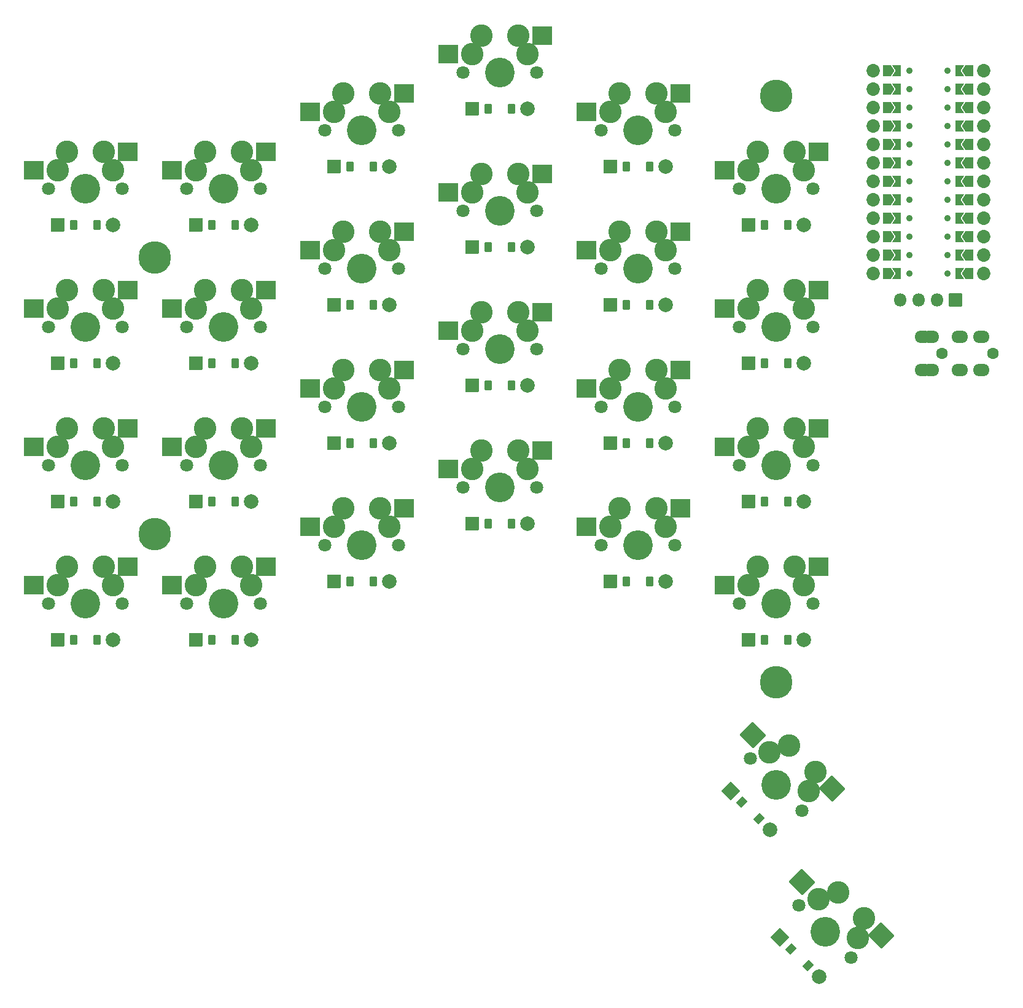
<source format=gbr>
%TF.GenerationSoftware,KiCad,Pcbnew,9.0.3-1.fc42*%
%TF.CreationDate,2025-07-31T15:34:24-03:00*%
%TF.ProjectId,main_pcb,6d61696e-5f70-4636-922e-6b696361645f,v1.0.0*%
%TF.SameCoordinates,Original*%
%TF.FileFunction,Soldermask,Bot*%
%TF.FilePolarity,Negative*%
%FSLAX46Y46*%
G04 Gerber Fmt 4.6, Leading zero omitted, Abs format (unit mm)*
G04 Created by KiCad (PCBNEW 9.0.3-1.fc42) date 2025-07-31 15:34:24*
%MOMM*%
%LPD*%
G01*
G04 APERTURE LIST*
G04 Aperture macros list*
%AMRoundRect*
0 Rectangle with rounded corners*
0 $1 Rounding radius*
0 $2 $3 $4 $5 $6 $7 $8 $9 X,Y pos of 4 corners*
0 Add a 4 corners polygon primitive as box body*
4,1,4,$2,$3,$4,$5,$6,$7,$8,$9,$2,$3,0*
0 Add four circle primitives for the rounded corners*
1,1,$1+$1,$2,$3*
1,1,$1+$1,$4,$5*
1,1,$1+$1,$6,$7*
1,1,$1+$1,$8,$9*
0 Add four rect primitives between the rounded corners*
20,1,$1+$1,$2,$3,$4,$5,0*
20,1,$1+$1,$4,$5,$6,$7,0*
20,1,$1+$1,$6,$7,$8,$9,0*
20,1,$1+$1,$8,$9,$2,$3,0*%
%AMFreePoly0*
4,1,16,0.535355,0.785355,0.550000,0.750000,0.550000,-0.750000,0.535355,-0.785355,0.500000,-0.800000,-0.500000,-0.800000,-0.535355,-0.785355,-0.541603,-0.777735,-1.041603,-0.027735,-1.049029,0.009806,-1.041603,0.027735,-0.541603,0.777735,-0.509806,0.799029,-0.500000,0.800000,0.500000,0.800000,0.535355,0.785355,0.535355,0.785355,$1*%
%AMFreePoly1*
4,1,16,0.685355,0.785355,0.700000,0.750000,0.691603,0.722265,0.210093,0.000000,0.691603,-0.722265,0.699029,-0.759806,0.677735,-0.791603,0.650000,-0.800000,-0.500000,-0.800000,-0.535355,-0.785355,-0.550000,-0.750000,-0.550000,0.750000,-0.535355,0.785355,-0.500000,0.800000,0.650000,0.800000,0.685355,0.785355,0.685355,0.785355,$1*%
G04 Aperture macros list end*
%ADD10RoundRect,0.050000X-0.889000X-0.889000X0.889000X-0.889000X0.889000X0.889000X-0.889000X0.889000X0*%
%ADD11RoundRect,0.050000X-0.450000X-0.600000X0.450000X-0.600000X0.450000X0.600000X-0.450000X0.600000X0*%
%ADD12C,2.005000*%
%ADD13C,1.801800*%
%ADD14C,3.100000*%
%ADD15C,4.087800*%
%ADD16RoundRect,0.050000X-1.785445X0.017678X0.017678X-1.785445X1.785445X-0.017678X-0.017678X1.785445X0*%
%ADD17RoundRect,0.050000X-1.275000X-1.250000X1.275000X-1.250000X1.275000X1.250000X-1.275000X1.250000X0*%
%ADD18C,1.852600*%
%ADD19FreePoly0,180.000000*%
%ADD20FreePoly1,180.000000*%
%ADD21FreePoly1,0.000000*%
%ADD22FreePoly0,0.000000*%
%ADD23C,0.900000*%
%ADD24RoundRect,0.050000X-1.257236X0.000000X0.000000X-1.257236X1.257236X0.000000X0.000000X1.257236X0*%
%ADD25RoundRect,0.050000X-0.742462X-0.106066X-0.106066X-0.742462X0.742462X0.106066X0.106066X0.742462X0*%
%ADD26C,1.600000*%
%ADD27O,2.300000X1.700000*%
%ADD28C,0.800000*%
%ADD29C,4.500000*%
%ADD30RoundRect,0.050000X-0.850000X-0.850000X0.850000X-0.850000X0.850000X0.850000X-0.850000X0.850000X0*%
%ADD31O,1.800000X1.800000*%
G04 APERTURE END LIST*
D10*
%TO.C,D9*%
X184290000Y-147000000D03*
D11*
X186450000Y-147000000D03*
X189750000Y-147000000D03*
D12*
X191910000Y-147000000D03*
%TD*%
D10*
%TO.C,D4*%
X146190000Y-97850000D03*
D11*
X148350000Y-97850000D03*
X151650000Y-97850000D03*
D12*
X153810000Y-97850000D03*
%TD*%
D10*
%TO.C,D24*%
X241440000Y-97850000D03*
D11*
X243600000Y-97850000D03*
X246900000Y-97850000D03*
D12*
X249060000Y-97850000D03*
%TD*%
D10*
%TO.C,D18*%
X222390000Y-127950000D03*
D11*
X224550000Y-127950000D03*
X227850000Y-127950000D03*
D12*
X230010000Y-127950000D03*
%TD*%
D10*
%TO.C,D13*%
X203340000Y-139000000D03*
D11*
X205500000Y-139000000D03*
X208800000Y-139000000D03*
D12*
X210960000Y-139000000D03*
%TD*%
D13*
%TO.C,S26*%
X248393098Y-191613498D03*
D14*
X251087174Y-190715472D03*
X253781251Y-189817446D03*
D15*
X251985200Y-195205600D03*
D14*
X257373354Y-193409549D03*
X256475328Y-196103626D03*
D13*
X255577302Y-198797702D03*
D16*
X248771400Y-188399697D03*
X259708220Y-195744415D03*
%TD*%
D13*
%TO.C,S22*%
X240170000Y-130950000D03*
D14*
X241440000Y-128410000D03*
X242710000Y-125870000D03*
D15*
X245250000Y-130950000D03*
D14*
X247790000Y-125870000D03*
X249060000Y-128410000D03*
D13*
X250330000Y-130950000D03*
D17*
X238165000Y-128410000D03*
X251092000Y-125870000D03*
%TD*%
D13*
%TO.C,S12*%
X183020000Y-84850000D03*
D14*
X184290000Y-82310000D03*
X185560000Y-79770000D03*
D15*
X188100000Y-84850000D03*
D14*
X190640000Y-79770000D03*
X191910000Y-82310000D03*
D13*
X193180000Y-84850000D03*
D17*
X181015000Y-82310000D03*
X193942000Y-79770000D03*
%TD*%
D13*
%TO.C,S11*%
X183020000Y-103900000D03*
D14*
X184290000Y-101360000D03*
X185560000Y-98820000D03*
D15*
X188100000Y-103900000D03*
D14*
X190640000Y-98820000D03*
X191910000Y-101360000D03*
D13*
X193180000Y-103900000D03*
D17*
X181015000Y-101360000D03*
X193942000Y-98820000D03*
%TD*%
D18*
%TO.C,MCU1*%
X258599997Y-86759999D03*
X258599999Y-79140001D03*
X258599999Y-91840001D03*
X258599999Y-96919999D03*
X258599999Y-99459995D03*
X258600000Y-94380000D03*
X258600000Y-102000000D03*
X258600001Y-81679999D03*
X258600001Y-84220001D03*
X258600001Y-89300000D03*
X258600008Y-104539999D03*
X258600015Y-76600002D03*
D19*
X260504999Y-76600000D03*
X260504999Y-94380001D03*
X260504999Y-99459997D03*
X260504999Y-104540003D03*
X260505000Y-79140001D03*
X260505000Y-81680000D03*
X260505000Y-84219999D03*
X260505000Y-102000000D03*
X260505001Y-86760000D03*
X260505001Y-91839999D03*
X260505003Y-89300001D03*
X260505003Y-96920001D03*
D20*
X261954993Y-94380000D03*
X261954994Y-81680002D03*
X261954995Y-99460000D03*
X261954995Y-104539999D03*
X261954996Y-76600000D03*
X261954996Y-84220000D03*
X261954996Y-91840000D03*
X261954996Y-96920000D03*
X261954996Y-101999999D03*
X261954997Y-79140001D03*
X261954997Y-89300000D03*
X261954998Y-86760008D03*
D21*
X270484993Y-91839986D03*
X270484994Y-79139999D03*
X270484994Y-84219999D03*
X270484994Y-89300007D03*
X270484994Y-96920000D03*
X270484994Y-99460000D03*
X270484994Y-104540000D03*
X270484995Y-76600000D03*
X270484995Y-81680001D03*
X270484995Y-101999999D03*
X270484996Y-94380000D03*
X270485001Y-86760000D03*
D22*
X271934997Y-84219999D03*
X271934997Y-91839999D03*
X271934999Y-89300001D03*
X271934999Y-94380000D03*
X271935000Y-79140000D03*
X271935000Y-96920001D03*
X271935000Y-99460000D03*
X271935000Y-101999999D03*
X271935001Y-76599997D03*
X271935001Y-81680003D03*
X271935001Y-86759999D03*
X271935001Y-104540000D03*
D18*
X273839985Y-104539998D03*
X273839992Y-76600001D03*
X273839999Y-91840000D03*
X273839999Y-96919999D03*
X273839999Y-99460001D03*
X273840000Y-79140000D03*
X273840000Y-86760000D03*
X273840001Y-81680005D03*
X273840001Y-84220001D03*
X273840001Y-89299999D03*
X273840001Y-101999999D03*
X273840003Y-94380001D03*
D23*
X268840000Y-76599999D03*
X263599997Y-81680004D03*
X263600000Y-84219999D03*
X268840003Y-79140004D03*
X263600001Y-79139999D03*
X263600000Y-76600000D03*
X263599999Y-86760000D03*
X263599999Y-89300001D03*
X263600000Y-91840000D03*
X263600001Y-94379999D03*
X263600001Y-96920000D03*
X263600001Y-99459999D03*
X263599997Y-101999996D03*
X263600000Y-104540001D03*
X268840000Y-104540000D03*
X268840003Y-99459996D03*
X268840000Y-96920001D03*
X268839999Y-102000001D03*
X268840001Y-94380000D03*
X268840001Y-91839999D03*
X268840000Y-89300000D03*
X268839999Y-86760001D03*
X268839999Y-81680001D03*
X268839999Y-84220000D03*
%TD*%
D13*
%TO.C,S9*%
X183020000Y-142000000D03*
D14*
X184290000Y-139460000D03*
X185560000Y-136920000D03*
D15*
X188100000Y-142000000D03*
D14*
X190640000Y-136920000D03*
X191910000Y-139460000D03*
D13*
X193180000Y-142000000D03*
D17*
X181015000Y-139460000D03*
X193942000Y-136920000D03*
%TD*%
D10*
%TO.C,D22*%
X241440000Y-135950000D03*
D11*
X243600000Y-135950000D03*
X246900000Y-135950000D03*
D12*
X249060000Y-135950000D03*
%TD*%
D10*
%TO.C,D5*%
X165240000Y-155000000D03*
D11*
X167400000Y-155000000D03*
X170700000Y-155000000D03*
D12*
X172860000Y-155000000D03*
%TD*%
D13*
%TO.C,S4*%
X144920000Y-92850000D03*
D14*
X146190000Y-90310000D03*
X147460000Y-87770000D03*
D15*
X150000000Y-92850000D03*
D14*
X152540000Y-87770000D03*
X153810000Y-90310000D03*
D13*
X155080000Y-92850000D03*
D17*
X142915000Y-90310000D03*
X155842000Y-87770000D03*
%TD*%
D13*
%TO.C,S20*%
X221120000Y-84850000D03*
D14*
X222390000Y-82310000D03*
X223660000Y-79770000D03*
D15*
X226200000Y-84850000D03*
D14*
X228740000Y-79770000D03*
X230010000Y-82310000D03*
D13*
X231280000Y-84850000D03*
D17*
X219115000Y-82310000D03*
X232042000Y-79770000D03*
%TD*%
D13*
%TO.C,S15*%
X202070000Y-95900000D03*
D14*
X203340000Y-93360000D03*
X204610000Y-90820000D03*
D15*
X207150000Y-95900000D03*
D14*
X209690000Y-90820000D03*
X210960000Y-93360000D03*
D13*
X212230000Y-95900000D03*
D17*
X200065000Y-93360000D03*
X212992000Y-90820000D03*
%TD*%
D24*
%TO.C,D25*%
X239020423Y-175841423D03*
D25*
X240547774Y-177368774D03*
X242881226Y-179702226D03*
D12*
X244408577Y-181229577D03*
%TD*%
D10*
%TO.C,D11*%
X184290000Y-108900000D03*
D11*
X186450000Y-108900000D03*
X189750000Y-108900000D03*
D12*
X191910000Y-108900000D03*
%TD*%
D10*
%TO.C,D1*%
X146190000Y-155000000D03*
D11*
X148350000Y-155000000D03*
X151650000Y-155000000D03*
D12*
X153810000Y-155000000D03*
%TD*%
D10*
%TO.C,D20*%
X222390000Y-89850000D03*
D11*
X224550000Y-89850000D03*
X227850000Y-89850000D03*
D12*
X230010000Y-89850000D03*
%TD*%
D13*
%TO.C,S5*%
X163970000Y-150000000D03*
D14*
X165240000Y-147460000D03*
X166510000Y-144920000D03*
D15*
X169050000Y-150000000D03*
D14*
X171590000Y-144920000D03*
X172860000Y-147460000D03*
D13*
X174130000Y-150000000D03*
D17*
X161965000Y-147460000D03*
X174892000Y-144920000D03*
%TD*%
D10*
%TO.C,D19*%
X222390000Y-108900000D03*
D11*
X224550000Y-108900000D03*
X227850000Y-108900000D03*
D12*
X230010000Y-108900000D03*
%TD*%
D10*
%TO.C,D14*%
X203340000Y-119950000D03*
D11*
X205500000Y-119950000D03*
X208800000Y-119950000D03*
D12*
X210960000Y-119950000D03*
%TD*%
D13*
%TO.C,S8*%
X163970000Y-92850000D03*
D14*
X165240000Y-90310000D03*
X166510000Y-87770000D03*
D15*
X169050000Y-92850000D03*
D14*
X171590000Y-87770000D03*
X172860000Y-90310000D03*
D13*
X174130000Y-92850000D03*
D17*
X161965000Y-90310000D03*
X174892000Y-87770000D03*
%TD*%
D13*
%TO.C,S10*%
X183020000Y-122950000D03*
D14*
X184290000Y-120410000D03*
X185560000Y-117870000D03*
D15*
X188100000Y-122950000D03*
D14*
X190640000Y-117870000D03*
X191910000Y-120410000D03*
D13*
X193180000Y-122950000D03*
D17*
X181015000Y-120410000D03*
X193942000Y-117870000D03*
%TD*%
D10*
%TO.C,D17*%
X222390000Y-147000000D03*
D11*
X224550000Y-147000000D03*
X227850000Y-147000000D03*
D12*
X230010000Y-147000000D03*
%TD*%
D10*
%TO.C,D7*%
X165240000Y-116900000D03*
D11*
X167400000Y-116900000D03*
X170700000Y-116900000D03*
D12*
X172860000Y-116900000D03*
%TD*%
D10*
%TO.C,D12*%
X184290000Y-89850000D03*
D11*
X186450000Y-89850000D03*
X189750000Y-89850000D03*
D12*
X191910000Y-89850000D03*
%TD*%
D24*
%TO.C,D26*%
X245755623Y-196047023D03*
D25*
X247282974Y-197574374D03*
X249616426Y-199907826D03*
D12*
X251143777Y-201435177D03*
%TD*%
D26*
%TO.C,TRRS1*%
X275150000Y-115600000D03*
X268150000Y-115600000D03*
D27*
X265450000Y-113300000D03*
X265450000Y-117900000D03*
X266550000Y-113300000D03*
X266550000Y-117900000D03*
X270550000Y-113300000D03*
X270550000Y-117900000D03*
X273550000Y-113300000D03*
X273550000Y-117900000D03*
%TD*%
D13*
%TO.C,S19*%
X221120000Y-103900000D03*
D14*
X222390000Y-101360000D03*
X223660000Y-98820000D03*
D15*
X226200000Y-103900000D03*
D14*
X228740000Y-98820000D03*
X230010000Y-101360000D03*
D13*
X231280000Y-103900000D03*
D17*
X219115000Y-101360000D03*
X232042000Y-98820000D03*
%TD*%
D10*
%TO.C,D16*%
X203340000Y-81850000D03*
D11*
X205500000Y-81850000D03*
X208800000Y-81850000D03*
D12*
X210960000Y-81850000D03*
%TD*%
D13*
%TO.C,S1*%
X144920000Y-150000000D03*
D14*
X146190000Y-147460000D03*
X147460000Y-144920000D03*
D15*
X150000000Y-150000000D03*
D14*
X152540000Y-144920000D03*
X153810000Y-147460000D03*
D13*
X155080000Y-150000000D03*
D17*
X142915000Y-147460000D03*
X155842000Y-144920000D03*
%TD*%
D13*
%TO.C,S6*%
X163970000Y-130950000D03*
D14*
X165240000Y-128410000D03*
X166510000Y-125870000D03*
D15*
X169050000Y-130950000D03*
D14*
X171590000Y-125870000D03*
X172860000Y-128410000D03*
D13*
X174130000Y-130950000D03*
D17*
X161965000Y-128410000D03*
X174892000Y-125870000D03*
%TD*%
D13*
%TO.C,S7*%
X163970000Y-111900000D03*
D14*
X165240000Y-109360000D03*
X166510000Y-106820000D03*
D15*
X169050000Y-111900000D03*
D14*
X171590000Y-106820000D03*
X172860000Y-109360000D03*
D13*
X174130000Y-111900000D03*
D17*
X161965000Y-109360000D03*
X174892000Y-106820000D03*
%TD*%
D10*
%TO.C,D10*%
X184290000Y-127950000D03*
D11*
X186450000Y-127950000D03*
X189750000Y-127950000D03*
D12*
X191910000Y-127950000D03*
%TD*%
D13*
%TO.C,S16*%
X202070000Y-76850000D03*
D14*
X203340000Y-74310000D03*
X204610000Y-71770000D03*
D15*
X207150000Y-76850000D03*
D14*
X209690000Y-71770000D03*
X210960000Y-74310000D03*
D13*
X212230000Y-76850000D03*
D17*
X200065000Y-74310000D03*
X212992000Y-71770000D03*
%TD*%
D13*
%TO.C,S17*%
X221120000Y-142000000D03*
D14*
X222390000Y-139460000D03*
X223660000Y-136920000D03*
D15*
X226200000Y-142000000D03*
D14*
X228740000Y-136920000D03*
X230010000Y-139460000D03*
D13*
X231280000Y-142000000D03*
D17*
X219115000Y-139460000D03*
X232042000Y-136920000D03*
%TD*%
D13*
%TO.C,S13*%
X202070000Y-134000000D03*
D14*
X203340000Y-131460000D03*
X204610000Y-128920000D03*
D15*
X207150000Y-134000000D03*
D14*
X209690000Y-128920000D03*
X210960000Y-131460000D03*
D13*
X212230000Y-134000000D03*
D17*
X200065000Y-131460000D03*
X212992000Y-128920000D03*
%TD*%
D13*
%TO.C,S18*%
X221120000Y-122950000D03*
D14*
X222390000Y-120410000D03*
X223660000Y-117870000D03*
D15*
X226200000Y-122950000D03*
D14*
X228740000Y-117870000D03*
X230010000Y-120410000D03*
D13*
X231280000Y-122950000D03*
D17*
X219115000Y-120410000D03*
X232042000Y-117870000D03*
%TD*%
D28*
%TO.C,_3*%
X243600000Y-80086500D03*
X244083274Y-78919774D03*
X244083274Y-81253226D03*
X245250000Y-78436500D03*
D29*
X245250000Y-80086500D03*
D28*
X245250000Y-81736500D03*
X246416726Y-78919774D03*
X246416726Y-81253226D03*
X246900000Y-80086500D03*
%TD*%
D10*
%TO.C,D6*%
X165240000Y-135950000D03*
D11*
X167400000Y-135950000D03*
X170700000Y-135950000D03*
D12*
X172860000Y-135950000D03*
%TD*%
D13*
%TO.C,S21*%
X240170000Y-150000000D03*
D14*
X241440000Y-147460000D03*
X242710000Y-144920000D03*
D15*
X245250000Y-150000000D03*
D14*
X247790000Y-144920000D03*
X249060000Y-147460000D03*
D13*
X250330000Y-150000000D03*
D17*
X238165000Y-147460000D03*
X251092000Y-144920000D03*
%TD*%
D10*
%TO.C,D3*%
X146190000Y-116900000D03*
D11*
X148350000Y-116900000D03*
X151650000Y-116900000D03*
D12*
X153810000Y-116900000D03*
%TD*%
D10*
%TO.C,D2*%
X146190000Y-135950000D03*
D11*
X148350000Y-135950000D03*
X151650000Y-135950000D03*
D12*
X153810000Y-135950000D03*
%TD*%
D10*
%TO.C,D21*%
X241440000Y-155000000D03*
D11*
X243600000Y-155000000D03*
X246900000Y-155000000D03*
D12*
X249060000Y-155000000D03*
%TD*%
D13*
%TO.C,S25*%
X241657898Y-171407898D03*
D14*
X244351974Y-170509872D03*
X247046051Y-169611846D03*
D15*
X245250000Y-175000000D03*
D14*
X250638154Y-173203949D03*
X249740128Y-175898026D03*
D13*
X248842102Y-178592102D03*
D16*
X242036200Y-168194097D03*
X252973020Y-175538815D03*
%TD*%
D10*
%TO.C,D23*%
X241440000Y-116900000D03*
D11*
X243600000Y-116900000D03*
X246900000Y-116900000D03*
D12*
X249060000Y-116900000D03*
%TD*%
D13*
%TO.C,S23*%
X240170000Y-111900000D03*
D14*
X241440000Y-109360000D03*
X242710000Y-106820000D03*
D15*
X245250000Y-111900000D03*
D14*
X247790000Y-106820000D03*
X249060000Y-109360000D03*
D13*
X250330000Y-111900000D03*
D17*
X238165000Y-109360000D03*
X251092000Y-106820000D03*
%TD*%
D28*
%TO.C,_4*%
X243600000Y-160858500D03*
X244083274Y-159691774D03*
X244083274Y-162025226D03*
X245250000Y-159208500D03*
D29*
X245250000Y-160858500D03*
D28*
X245250000Y-162508500D03*
X246416726Y-159691774D03*
X246416726Y-162025226D03*
X246900000Y-160858500D03*
%TD*%
D13*
%TO.C,S3*%
X144920000Y-111900000D03*
D14*
X146190000Y-109360000D03*
X147460000Y-106820000D03*
D15*
X150000000Y-111900000D03*
D14*
X152540000Y-106820000D03*
X153810000Y-109360000D03*
D13*
X155080000Y-111900000D03*
D17*
X142915000Y-109360000D03*
X155842000Y-106820000D03*
%TD*%
D28*
%TO.C,_1*%
X157875000Y-102375000D03*
X158358274Y-101208274D03*
X158358274Y-103541726D03*
X159525000Y-100725000D03*
D29*
X159525000Y-102375000D03*
D28*
X159525000Y-104025000D03*
X160691726Y-101208274D03*
X160691726Y-103541726D03*
X161175000Y-102375000D03*
%TD*%
D13*
%TO.C,S14*%
X202070000Y-114950000D03*
D14*
X203340000Y-112410000D03*
X204610000Y-109870000D03*
D15*
X207150000Y-114950000D03*
D14*
X209690000Y-109870000D03*
X210960000Y-112410000D03*
D13*
X212230000Y-114950000D03*
D17*
X200065000Y-112410000D03*
X212992000Y-109870000D03*
%TD*%
D30*
%TO.C,OLED1*%
X269940000Y-108200000D03*
D31*
X267400000Y-108200000D03*
X264860000Y-108200000D03*
X262320000Y-108200000D03*
%TD*%
D13*
%TO.C,S2*%
X144920000Y-130950000D03*
D14*
X146190000Y-128410000D03*
X147460000Y-125870000D03*
D15*
X150000000Y-130950000D03*
D14*
X152540000Y-125870000D03*
X153810000Y-128410000D03*
D13*
X155080000Y-130950000D03*
D17*
X142915000Y-128410000D03*
X155842000Y-125870000D03*
%TD*%
D28*
%TO.C,_2*%
X157875000Y-140475000D03*
X158358274Y-139308274D03*
X158358274Y-141641726D03*
X159525000Y-138825000D03*
D29*
X159525000Y-140475000D03*
D28*
X159525000Y-142125000D03*
X160691726Y-139308274D03*
X160691726Y-141641726D03*
X161175000Y-140475000D03*
%TD*%
D10*
%TO.C,D8*%
X165240000Y-97850000D03*
D11*
X167400000Y-97850000D03*
X170700000Y-97850000D03*
D12*
X172860000Y-97850000D03*
%TD*%
D10*
%TO.C,D15*%
X203340000Y-100900000D03*
D11*
X205500000Y-100900000D03*
X208800000Y-100900000D03*
D12*
X210960000Y-100900000D03*
%TD*%
D13*
%TO.C,S24*%
X240170000Y-92850000D03*
D14*
X241440000Y-90310000D03*
X242710000Y-87770000D03*
D15*
X245250000Y-92850000D03*
D14*
X247790000Y-87770000D03*
X249060000Y-90310000D03*
D13*
X250330000Y-92850000D03*
D17*
X238165000Y-90310000D03*
X251092000Y-87770000D03*
%TD*%
M02*

</source>
